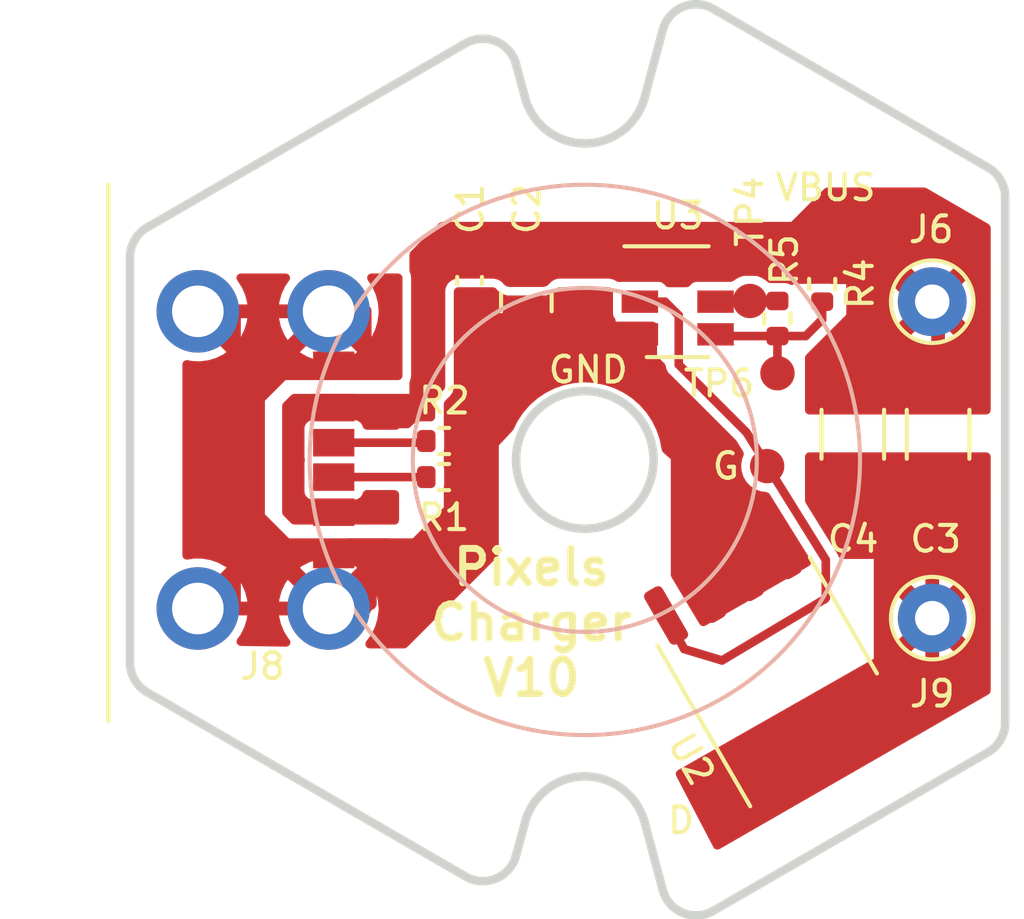
<source format=kicad_pcb>
(kicad_pcb (version 20211014) (generator pcbnew)
  (layers (0 "F.Cu" signal) (31 "B.Cu" signal) (34 "B.Paste" user) (35 "F.Paste" user) (36 "B.SilkS" user "B.Silkscreen") (37 "F.SilkS" user "F.Silkscreen") (38 "B.Mask" user) (39 "F.Mask" user) (44 "Edge.Cuts" user))
  (net 0 "")
  (net 1 "GND")
  (net 2 "VBUS")
  (net 3 "Net-(C3-Pad1)")
  (net 4 "Net-(R4-Pad1)")
  (net 5 "Net-(R5-Pad2)")
  (net 6 "Net-(U2-Pad8)")
  (net 7 "Net-(J8-PadA5)")
  (net 8 "Net-(J8-PadB5)")
  (footprint "Pixels-dice:USB-C-SMD_10P-P1.00-L6.8-W8.9" (layer "F.Cu") (at 140.55 101.52 180)
    (fp_text reference "J8" (at 0.02 -6) (layer "F.SilkS") (effects (font (size 0.75 0.75) (thickness 0.12))))
    (fp_text value "USB_C_Receptacle_USB2.0")
    (fp_line (start 4.5 8) (end 4.5 -7.6) (layer "F.SilkS") (width 0.12))
    (pad "A5" smd rect locked (at -2.05 0.5 270) (size 0.8 1.2) (layers "F.Cu" "F.Paste" "F.Mask") (net 7 "Net-(J8-PadA5)"))
    (pad "A9" smd rect locked (at -2.05 -1.52 270) (size 0.8 1.2) (layers "F.Cu" "F.Paste" "F.Mask") (net 2 "VBUS"))
    (pad "A12" smd rect locked (at -2.05 -2.75 270) (size 0.8 1.2) (layers "F.Cu" "F.Paste" "F.Mask") (net 1 "GND"))
    (pad "B5" smd rect locked (at -2.05 -0.5 270) (size 0.8 1.2) (layers "F.Cu" "F.Paste" "F.Mask") (net 8 "Net-(J8-PadB5)"))
    (pad "B9" smd rect locked (at -2.05 1.52 270) (size 0.8 1.2) (layers "F.Cu" "F.Paste" "F.Mask") (net 2 "VBUS"))
    (pad "B12" smd rect locked (at -2.05 2.75 270) (size 0.8 1.2) (layers "F.Cu" "F.Paste" "F.Mask") (net 1 "GND"))
    (pad "S1" thru_hole circle locked (at -1.9 4.32 270) (size 2.4 2.4) (drill 1.5) (layers *.Cu *.Mask) (net 1 "GND"))
    (pad "S1" thru_hole circle locked (at -1.9 -4.32 270) (size 2.4 2.4) (drill 1.5) (layers *.Cu *.Mask) (net 1 "GND"))
    (pad "S1" thru_hole circle locked (at 1.9 4.32 270) (size 2.4 2.4) (drill 1.5) (layers *.Cu *.Mask) (net 1 "GND"))
    (pad "S1" thru_hole circle locked (at 1.9 -4.32 270) (size 2.4 2.4) (drill 1.5) (layers *.Cu *.Mask) (net 1 "GND"))
  )
  (footprint "Resistor_SMD:R_0402_1005Metric" (layer "F.Cu") (at 145.8 100.97 180)
    (fp_text reference "R2" (at -0.02 1.17) (layer "F.SilkS") (effects (font (size 0.75 0.75) (thickness 0.12))))
    (fp_text value "5.1k 1%")
    (fp_line (start -0.153641 -0.38) (end 0.153641 -0.38) (layer "F.SilkS") (width 0.12))
    (fp_line (start -0.153641 0.38) (end 0.153641 0.38) (layer "F.SilkS") (width 0.12))
    (pad "1" smd roundrect locked (at -0.51 0 180) (size 0.54 0.64) (layers "F.Cu" "F.Paste" "F.Mask") (net 1 "GND"))
    (pad "2" smd roundrect locked (at 0.51 0 180) (size 0.54 0.64) (layers "F.Cu" "F.Paste" "F.Mask") (net 7 "Net-(J8-PadA5)"))
  )
  (footprint "TestPoint:TestPoint_THTPad_D2.0mm_Drill1.0mm" (layer "F.Cu") (at 160 96.92)
    (fp_text reference "J6" (at -0.03 -2.1) (layer "F.SilkS") (effects (font (size 0.75 0.75) (thickness 0.12))))
    (fp_text value "Coil B")
    (fp_circle (center 0 0) (end 0 1.2) (layer "F.SilkS") (width 0.12) (fill none))
    (pad "1" thru_hole circle locked (at 0 0) (size 2 2) (drill 1) (layers *.Cu *.Mask) (net 2 "VBUS"))
  )
  (footprint "TestPoint:TestPoint_THTPad_D2.0mm_Drill1.0mm" (layer "F.Cu") (at 160 106.12)
    (fp_text reference "J9" (at 0 2.2) (layer "F.SilkS") (effects (font (size 0.75 0.75) (thickness 0.12))))
    (fp_text value "Coil A")
    (fp_circle (center 0 0) (end 0 1.2) (layer "F.SilkS") (width 0.12) (fill none))
    (pad "1" thru_hole circle locked (at 0 0) (size 2 2) (drill 1) (layers *.Cu *.Mask) (net 3 "Net-(C3-Pad1)"))
  )
  (footprint "Capacitor_SMD:C_1206_3216Metric" (layer "F.Cu") (at 157.69 100.775 90)
    (fp_text reference "C4" (at -3.045 0.01 180) (layer "F.SilkS") (effects (font (size 0.75 0.75) (thickness 0.12))))
    (fp_text value "100nF 50V NP0")
    (fp_line (start -0.711252 0.91) (end 0.711252 0.91) (layer "F.SilkS") (width 0.12))
    (fp_line (start -0.711252 -0.91) (end 0.711252 -0.91) (layer "F.SilkS") (width 0.12))
    (pad "1" smd roundrect locked (at -1.475 0 90) (size 1.15 1.8) (layers "F.Cu" "F.Paste" "F.Mask") (roundrect_rratio 0.2173904348) (net 3 "Net-(C3-Pad1)"))
    (pad "2" smd roundrect locked (at 1.475 0 90) (size 1.15 1.8) (layers "F.Cu" "F.Paste" "F.Mask") (roundrect_rratio 0.2173904348) (net 2 "VBUS"))
  )
  (footprint "Capacitor_SMD:C_1206_3216Metric" (layer "F.Cu") (at 160.17 100.775 90)
    (fp_text reference "C3" (at -3.045 -0.07 180) (layer "F.SilkS") (effects (font (size 0.75 0.75) (thickness 0.12))))
    (fp_text value "100nF 50V NP0")
    (fp_line (start -0.711252 -0.91) (end 0.711252 -0.91) (layer "F.SilkS") (width 0.12))
    (fp_line (start -0.711252 0.91) (end 0.711252 0.91) (layer "F.SilkS") (width 0.12))
    (pad "1" smd roundrect locked (at -1.475 0 90) (size 1.15 1.8) (layers "F.Cu" "F.Paste" "F.Mask") (roundrect_rratio 0.2173904348) (net 3 "Net-(C3-Pad1)"))
    (pad "2" smd roundrect locked (at 1.475 0 90) (size 1.15 1.8) (layers "F.Cu" "F.Paste" "F.Mask") (roundrect_rratio 0.2173904348) (net 2 "VBUS"))
  )
  (footprint "Capacitor_SMD:C_0402_1005Metric" (layer "F.Cu") (at 146.55 96.31 -90)
    (fp_text reference "C1" (at -2.09 -0.02 90) (layer "F.SilkS") (effects (font (size 0.75 0.75) (thickness 0.12))))
    (fp_text value "0.1uF 16V")
    (fp_line (start -0.107836 -0.36) (end 0.107836 -0.36) (layer "F.SilkS") (width 0.12))
    (fp_line (start -0.107836 0.36) (end 0.107836 0.36) (layer "F.SilkS") (width 0.12))
    (pad "1" smd roundrect locked (at -0.48 0 270) (size 0.56 0.62) (layers "F.Cu" "F.Paste" "F.Mask") (net 2 "VBUS"))
    (pad "2" smd roundrect locked (at 0.48 0 270) (size 0.56 0.62) (layers "F.Cu" "F.Paste" "F.Mask") (net 1 "GND"))
  )
  (footprint "Capacitor_SMD:C_0805_2012Metric" (layer "F.Cu") (at 148.2 96.94 -90)
    (fp_text reference "C2" (at -2.72 -0.01 90) (layer "F.SilkS") (effects (font (size 0.75 0.75) (thickness 0.12))))
    (fp_text value "10uF 16V")
    (fp_line (start -0.261252 -0.735) (end 0.261252 -0.735) (layer "F.SilkS") (width 0.12))
    (fp_line (start -0.261252 0.735) (end 0.261252 0.735) (layer "F.SilkS") (width 0.12))
    (pad "1" smd roundrect locked (at -0.95 0 270) (size 1 1.45) (layers "F.Cu" "F.Paste" "F.Mask") (net 2 "VBUS"))
    (pad "2" smd roundrect locked (at 0.95 0 270) (size 1 1.45) (layers "F.Cu" "F.Paste" "F.Mask") (net 1 "GND"))
  )
  (footprint "Resistor_SMD:R_0402_1005Metric" (layer "F.Cu") (at 156.8 96.41 90)
    (fp_text reference "R4" (at 0.01 1.1 90) (layer "F.SilkS") (effects (font (size 0.75 0.75) (thickness 0.12))))
    (fp_text value "200k 1%")
    (fp_line (start -0.153641 -0.38) (end 0.153641 -0.38) (layer "F.SilkS") (width 0.12))
    (fp_line (start -0.153641 0.38) (end 0.153641 0.38) (layer "F.SilkS") (width 0.12))
    (pad "1" smd roundrect (at -0.51 0 90) (size 0.54 0.64) (layers "F.Cu" "F.Paste" "F.Mask") (net 4 "Net-(R4-Pad1)"))
    (pad "2" smd roundrect (at 0.51 0 90) (size 0.54 0.64) (layers "F.Cu" "F.Paste" "F.Mask") (net 2 "VBUS"))
  )
  (footprint "Resistor_SMD:R_0402_1005Metric" (layer "F.Cu") (at 155.5 97.41 90)
    (fp_text reference "R5" (at 1.71 0.2 90) (layer "F.SilkS") (effects (font (size 0.75 0.75) (thickness 0.12))))
    (fp_text value "84.5k 1%")
    (fp_line (start -0.153641 -0.38) (end 0.153641 -0.38) (layer "F.SilkS") (width 0.12))
    (fp_line (start -0.153641 0.38) (end 0.153641 0.38) (layer "F.SilkS") (width 0.12))
    (pad "1" smd roundrect (at -0.51 0 90) (size 0.54 0.64) (layers "F.Cu" "F.Paste" "F.Mask") (net 4 "Net-(R4-Pad1)"))
    (pad "2" smd roundrect (at 0.51 0 90) (size 0.54 0.64) (layers "F.Cu" "F.Paste" "F.Mask") (net 5 "Net-(R5-Pad2)"))
  )
  (footprint "Package_SO:SO-8_3.9x4.9mm_P1.27mm" (layer "F.Cu") (at 155.2 107.32 120)
    (fp_text reference "U2" (at -1.411474 -3.355256 120) (layer "F.SilkS") (effects (font (size 0.75 0.75) (thickness 0.12))))
    (fp_text value "XKT335")
    (fp_line (start 0 -2.56) (end -3.45 -2.56) (layer "F.SilkS") (width 0.12))
    (fp_line (start 0 -2.56) (end 1.95 -2.56) (layer "F.SilkS") (width 0.12))
    (fp_line (start 0 2.56) (end 1.95 2.56) (layer "F.SilkS") (width 0.12))
    (fp_line (start 0 2.56) (end -1.95 2.56) (layer "F.SilkS") (width 0.12))
    (pad "1" smd roundrect locked (at -2.575 -1.905 120) (size 1.75 0.6) (layers "F.Cu" "F.Paste" "F.Mask") (net 3 "Net-(C3-Pad1)"))
    (pad "2" smd roundrect locked (at -2.575 -0.635 120) (size 1.75 0.6) (layers "F.Cu" "F.Paste" "F.Mask") (net 3 "Net-(C3-Pad1)"))
    (pad "3" smd roundrect locked (at -2.575 0.635 120) (size 1.75 0.6) (layers "F.Cu" "F.Paste" "F.Mask") (net 3 "Net-(C3-Pad1)"))
    (pad "4" smd roundrect locked (at -2.575 1.905 120) (size 1.75 0.6) (layers "F.Cu" "F.Paste" "F.Mask") (net 3 "Net-(C3-Pad1)"))
    (pad "5" smd roundrect locked (at 2.575 1.905 120) (size 1.75 0.6) (layers "F.Cu" "F.Paste" "F.Mask") (net 1 "GND"))
    (pad "6" smd roundrect locked (at 2.575 0.635 120) (size 1.75 0.6) (layers "F.Cu" "F.Paste" "F.Mask") (net 1 "GND"))
    (pad "7" smd roundrect locked (at 2.575 -0.635 120) (size 1.75 0.6) (layers "F.Cu" "F.Paste" "F.Mask") (net 1 "GND"))
    (pad "8" smd roundrect locked (at 2.575 -1.905 120) (size 1.75 0.6) (layers "F.Cu" "F.Paste" "F.Mask") (net 6 "Net-(U2-Pad8)"))
  )
  (footprint "Package_TO_SOT_SMD:SOT-23-6" (layer "F.Cu") (at 152.6 96.92)
    (fp_text reference "U3" (at 0 -2.5) (layer "F.SilkS") (effects (font (size 0.75 0.75) (thickness 0.12))))
    (fp_text value "XKT001")
    (fp_line (start -0.9 1.61) (end 0.9 1.61) (layer "F.SilkS") (width 0.12))
    (fp_line (start 0.9 -1.61) (end -1.55 -1.61) (layer "F.SilkS") (width 0.12))
    (pad "1" smd rect locked (at -1.1 -0.95) (size 1.06 0.65) (layers "F.Cu" "F.Paste" "F.Mask") (net 2 "VBUS"))
    (pad "2" smd rect locked (at -1.1 0) (size 1.06 0.65) (layers "F.Cu" "F.Paste" "F.Mask") (net 6 "Net-(U2-Pad8)"))
    (pad "3" smd rect locked (at -1.1 0.95) (size 1.06 0.65) (layers "F.Cu" "F.Paste" "F.Mask") (net 1 "GND"))
    (pad "4" smd rect locked (at 1.1 0.95) (size 1.06 0.65) (layers "F.Cu" "F.Paste" "F.Mask") (net 4 "Net-(R4-Pad1)"))
    (pad "5" smd rect locked (at 1.1 0) (size 1.06 0.65) (layers "F.Cu" "F.Paste" "F.Mask") (net 5 "Net-(R5-Pad2)"))
    (pad "6" smd rect locked (at 1.1 -0.95) (size 1.06 0.65) (layers "F.Cu" "F.Paste" "F.Mask") (net 2 "VBUS"))
  )
  (footprint "Resistor_SMD:R_0402_1005Metric" (layer "F.Cu") (at 145.8 102.02 180)
    (fp_text reference "R1" (at 0 -1.17) (layer "F.SilkS") (effects (font (size 0.75 0.75) (thickness 0.12))))
    (fp_text value "5.1k 1%")
    (fp_line (start -0.153641 0.38) (end 0.153641 0.38) (layer "F.SilkS") (width 0.12))
    (fp_line (start -0.153641 -0.38) (end 0.153641 -0.38) (layer "F.SilkS") (width 0.12))
    (pad "1" smd roundrect locked (at -0.51 0 180) (size 0.54 0.64) (layers "F.Cu" "F.Paste" "F.Mask") (net 1 "GND"))
    (pad "2" smd roundrect locked (at 0.51 0 180) (size 0.54 0.64) (layers "F.Cu" "F.Paste" "F.Mask") (net 8 "Net-(J8-PadB5)"))
  )
  (footprint "Pixels-dice:TEST_PIN" (layer "F.Cu") (at 155.5 99)
    (fp_text reference "W6" hide)
    (fp_text value "TP6" (at -1.7 0.3) (layer "F.SilkS") (effects (font (size 0.75 0.75) (thickness 0.12))))
    (pad "1" smd circle locked (at 0 0) (size 1 1) (layers "F.Cu" "F.Mask") (net 4 "Net-(R4-Pad1)"))
  )
  (footprint "Pixels-dice:TEST_PIN" (layer "F.Cu") (at 156.8 94.8)
    (fp_text reference "W1" hide)
    (fp_text value "VBUS" (at 0.1 -1.2) (layer "F.SilkS") (effects (font (size 0.75 0.75) (thickness 0.12))))
    (pad "1" smd circle locked (at 0 0) (size 1 1) (layers "F.Cu" "F.Mask") (net 2 "VBUS"))
  )
  (footprint "Pixels-dice:TEST_PIN" (layer "F.Cu") (at 148.2 99.2)
    (fp_text reference "W5" hide)
    (fp_text value "GND" (at 1.8 -0.3 180) (layer "F.SilkS") (effects (font (size 0.75 0.75) (thickness 0.12))))
    (pad "1" smd circle locked (at 0 0) (size 1 1) (layers "F.Cu" "F.Mask") (net 1 "GND"))
  )
  (footprint "Pixels-dice:TEST_PIN" (layer "F.Cu") (at 154.7 96.9)
    (fp_text reference "W4" hide)
    (fp_text value "TP4" (at 0 -2.6 90) (layer "F.SilkS") (effects (font (size 0.75 0.75) (thickness 0.12))))
    (pad "1" smd circle locked (at 0 0) (size 1 1) (layers "F.Cu" "F.Mask") (net 5 "Net-(R5-Pad2)"))
  )
  (footprint "Pixels-dice:TEST_PIN" (layer "F.Cu") (at 155.2 101.7)
    (fp_text reference "W2" hide)
    (fp_text value "G" (at -1.2 0) (layer "F.SilkS") (effects (font (size 0.75 0.75) (thickness 0.12))))
    (pad "1" smd circle locked (at 0 0) (size 1 1) (layers "F.Cu" "F.Mask") (net 6 "Net-(U2-Pad8)"))
  )
  (footprint "Pixels-dice:TEST_PIN" (layer "F.Cu") (at 153.8 111.7)
    (fp_text reference "W3" hide)
    (fp_text value "D" (at -1.1 0.3) (layer "F.SilkS") (effects (font (size 0.75 0.75) (thickness 0.12))))
    (pad "1" smd circle locked (at 0 0) (size 1 1) (layers "F.Cu" "F.Mask") (net 3 "Net-(C3-Pad1)"))
  )
  (gr_circle (center 149.9 101.52) (end 157.9 101.52) (layer "B.SilkS") (width 0.12) (fill none))
  (gr_circle (center 149.9 101.52) (end 154.9 101.52) (layer "B.SilkS") (width 0.12) (fill none))
  (gr_arc (start 146.434262 89.40913) (mid 147.316906 89.350689) (end 147.900592 90.01536) (layer "Edge.Cuts") (width 0.25))
  (gr_line (start 152.16643 114.023767) (end 151.638666 112.054125) (layer "Edge.Cuts") (width 0.25))
  (gr_line (start 147.900217 113.024992) (end 148.161769 112.052501) (layer "Edge.Cuts") (width 0.25))
  (gr_line (start 146.433725 113.630829) (end 137.178577 108.275833) (layer "Edge.Cuts") (width 0.25))
  (gr_line (start 161.620037 93.020718) (end 153.632356 88.409027) (layer "Edge.Cuts") (width 0.25))
  (gr_arc (start 136.679385 95.626684) (mid 136.813193 95.126972) (end 137.178809 94.760992) (layer "Edge.Cuts") (width 0.25))
  (gr_arc (start 151.638666 90.985874) (mid 149.900599 92.319999) (end 148.161644 90.987032) (layer "Edge.Cuts") (width 0.25))
  (gr_line (start 147.900592 90.01536) (end 148.161644 90.987032) (layer "Edge.Cuts") (width 0.25))
  (gr_line (start 136.679386 105.329902) (end 136.679386 107.410275) (layer "Edge.Cuts") (width 0.25))
  (gr_arc (start 162.120933 109.152682) (mid 161.986974 109.652715) (end 161.620933 110.018766) (layer "Edge.Cuts") (width 0.25))
  (gr_line (start 137.178809 94.760992) (end 146.434262 89.40913) (layer "Edge.Cuts") (width 0.25))
  (gr_line (start 153.632356 114.630973) (end 161.620933 110.018766) (layer "Edge.Cuts") (width 0.25))
  (gr_arc (start 153.632356 114.630973) (mid 152.749673 114.688827) (end 152.16643 114.023767) (layer "Edge.Cuts") (width 0.25))
  (gr_line (start 162.120037 93.886683) (end 162.120933 109.152682) (layer "Edge.Cuts") (width 0.25))
  (gr_arc (start 148.161769 112.052501) (mid 149.90084 110.72) (end 151.638666 112.054125) (layer "Edge.Cuts") (width 0.25))
  (gr_line (start 136.679385 95.626684) (end 136.679386 97.760097) (layer "Edge.Cuts") (width 0.25))
  (gr_circle (center 149.9 101.52) (end 151.9 101.52) (layer "Edge.Cuts") (width 0.25) (fill none))
  (gr_arc (start 137.178577 108.275833) (mid 136.813127 107.90987) (end 136.679386 107.410275) (layer "Edge.Cuts") (width 0.25))
  (gr_line (start 152.16643 89.016233) (end 151.638666 90.985874) (layer "Edge.Cuts") (width 0.25))
  (gr_arc (start 161.620037 93.020718) (mid 161.986047 93.386717) (end 162.120037 93.886683) (layer "Edge.Cuts") (width 0.25))
  (gr_arc (start 147.900217 113.024992) (mid 147.316354 113.689507) (end 146.433725 113.630829) (layer "Edge.Cuts") (width 0.25))
  (gr_arc (start 152.16643 89.016233) (mid 152.749673 88.351173) (end 153.632356 88.409027) (layer "Edge.Cuts") (width 0.25))
  (gr_line (start 136.679386 97.760097) (end 136.679386 105.329902) (layer "Edge.Cuts") (width 0.25))
  (gr_text "Pixels\nCharger\nV10" (at 148.35 106.25) (layer "F.SilkS") (effects (font (size 1 1) (thickness 0.2))))
  (segment (start 148.2 97.89) (end 148.2 99.2) (width 0.4) (layer "F.Cu") (net 1))
  (segment (start 146.55 96.79) (end 146.55 97.42) (width 0.4) (layer "F.Cu") (net 1))
  (segment (start 143.65 104.27) (end 145.28 104.27) (width 0.4) (layer "F.Cu") (net 1))
  (segment (start 143.5 97.2) (end 139.7 97.2) (width 0.4) (layer "F.Cu") (net 1))
  (segment (start 151.5 99.02) (end 151.5 97.87) (width 0.4) (layer "F.Cu") (net 1))
  (segment (start 155.562278 104.137485) (end 154.462426 104.772485) (width 0.4) (layer "F.Cu") (net 1))
  (segment (start 143.65 104.27) (end 143.65 105.69) (width 0.4) (layer "F.Cu") (net 1))
  (segment (start 146.31 98.34) (end 146.89 97.76) (width 0.4) (layer "F.Cu") (net 1))
  (segment (start 146.89 97.76) (end 148.07 97.76) (width 0.4) (layer "F.Cu") (net 1))
  (segment (start 153.94 101.46) (end 153.94 103.87) (width 0.4) (layer "F.Cu") (net 1))
  (segment (start 146.55 97.42) (end 146.89 97.76) (width 0.4) (layer "F.Cu") (net 1))
  (segment (start 146.31 98.34) (end 146.31 100.97) (width 0.4) (layer "F.Cu") (net 1))
  (segment (start 146.31 103.24) (end 146.31 102.02) (width 0.4) (layer "F.Cu") (net 1))
  (segment (start 145.28 104.27) (end 146.31 103.24) (width 0.4) (layer "F.Cu") (net 1))
  (segment (start 154.462426 104.772485) (end 153.362574 105.407485) (width 0.4) (layer "F.Cu") (net 1))
  (segment (start 153.94 103.87) (end 154.462426 104.772485) (width 0.4) (layer "F.Cu") (net 1))
  (segment (start 139.7 105.84) (end 139.7 97.2) (width 0.4) (layer "F.Cu") (net 1))
  (segment (start 146.31 100.97) (end 146.31 102.02) (width 0.4) (layer "F.Cu") (net 1))
  (segment (start 143.5 105.84) (end 139.7 105.84) (width 0.4) (layer "F.Cu") (net 1))
  (segment (start 151.5 99.02) (end 153.94 101.46) (width 0.4) (layer "F.Cu") (net 1))
  (segment (start 143.5 98.62) (end 143.5 97.2) (width 0.4) (layer "F.Cu") (net 1))
  (segment (start 151.5 97.87) (end 148.22 97.87) (width 0.4) (layer "F.Cu") (net 1))
  (segment (start 143.65 100) (end 142.72 100) (width 0.4) (layer "F.Cu") (net 2))
  (segment (start 143.65 100) (end 145 100) (width 0.4) (layer "F.Cu") (net 2))
  (segment (start 146.14 95.83) (end 146.55 95.83) (width 0.4) (layer "F.Cu") (net 2))
  (segment (start 145.64 96.33) (end 146.14 95.83) (width 0.4) (layer "F.Cu") (net 2))
  (segment (start 146.55 95.83) (end 148.04 95.83) (width 0.4) (layer "F.Cu") (net 2))
  (segment (start 142.72 103.04) (end 143.65 103.04) (width 0.4) (layer "F.Cu") (net 2))
  (segment (start 156.8 95.9) (end 158.58 95.9) (width 0.4) (layer "F.Cu") (net 2))
  (segment (start 151.5 95.97) (end 153.7 95.97) (width 0.4) (layer "F.Cu") (net 2))
  (segment (start 157.69 99.3) (end 160.17 99.3) (width 0.4) (layer "F.Cu") (net 2))
  (segment (start 145.64 99.36) (end 145.64 96.33) (width 0.4) (layer "F.Cu") (net 2))
  (segment (start 151.5 95.97) (end 148.22 95.97) (width 0.4) (layer "F.Cu") (net 2))
  (segment (start 145 100) (end 145.64 99.36) (width 0.4) (layer "F.Cu") (net 2))
  (segment (start 158.58 95.9) (end 160 97.32) (width 0.4) (layer "F.Cu") (net 2))
  (segment (start 156.8 94.8) (end 156.8 95.9) (width 0.4) (layer "F.Cu") (net 2))
  (segment (start 160.17 99.3) (end 160.17 97.49) (width 0.4) (layer "F.Cu") (net 2))
  (segment (start 153.7 95.97) (end 156.73 95.97) (width 0.4) (layer "F.Cu") (net 2))
  (segment (start 157.69 102.25) (end 160.17 102.25) (width 0.4) (layer "F.Cu") (net 3))
  (segment (start 158.137278 108.597515) (end 160 107.52) (width 0.4) (layer "F.Cu") (net 3))
  (segment (start 155.937574 109.867515) (end 157.037426 109.232515) (width 0.4) (layer "F.Cu") (net 3))
  (segment (start 154.837722 110.502515) (end 155.937574 109.867515) (width 0.4) (layer "F.Cu") (net 3))
  (segment (start 160 107.52) (end 160 105.72) (width 0.4) (layer "F.Cu") (net 3))
  (segment (start 154.497485 110.502515) (end 153.8 111.2) (width 0.4) (layer "F.Cu") (net 3))
  (segment (start 153.8 111.2) (end 153.8 111.7) (width 0.4) (layer "F.Cu") (net 3))
  (segment (start 157.037426 109.232515) (end 158.137278 108.597515) (width 0.4) (layer "F.Cu") (net 3))
  (segment (start 154.837722 110.502515) (end 154.497485 110.502515) (width 0.4) (layer "F.Cu") (net 3))
  (segment (start 160 105.72) (end 160 102.42) (width 0.4) (layer "F.Cu") (net 3))
  (segment (start 155.5 97.92) (end 156.32 97.92) (width 0.25) (layer "F.Cu") (net 4))
  (segment (start 156.8 97.44) (end 156.8 96.92) (width 0.25) (layer "F.Cu") (net 4))
  (segment (start 155.5 97.92) (end 153.75 97.92) (width 0.25) (layer "F.Cu") (net 4))
  (segment (start 156.32 97.92) (end 156.8 97.44) (width 0.25) (layer "F.Cu") (net 4))
  (segment (start 155.5 97.92) (end 155.5 99) (width 0.25) (layer "F.Cu") (net 4))
  (segment (start 153.7 96.92) (end 155.48 96.92) (width 0.25) (layer "F.Cu") (net 5))
  (segment (start 152.23 96.92) (end 152.63 97.32) (width 0.25) (layer "F.Cu") (net 6))
  (segment (start 154.6 100.72) (end 156.905 104.425) (width 0.25) (layer "F.Cu") (net 6))
  (segment (start 152.63 98.75) (end 154.6 100.72) (width 0.25) (layer "F.Cu") (net 6))
  (segment (start 152.63 97.32) (end 152.63 98.75) (width 0.25) (layer "F.Cu") (net 6))
  (segment (start 156.905 104.425) (end 156.905 105.535) (width 0.25) (layer "F.Cu") (net 6))
  (segment (start 153.89 107.35) (end 152.79 107.02) (width 0.25) (layer "F.Cu") (net 6))
  (segment (start 151.5 96.92) (end 152.23 96.92) (width 0.25) (layer "F.Cu") (net 6))
  (segment (start 152.79 107.02) (end 152.262722 106.042485) (width 0.25) (layer "F.Cu") (net 6))
  (segment (start 156.87 105.57) (end 153.89 107.35) (width 0.25) (layer "F.Cu") (net 6))
  (segment (start 156.905 105.535) (end 156.87 105.57) (width 0.25) (layer "F.Cu") (net 6))
  (segment (start 145.24 101.02) (end 142.6 101.02) (width 0.25) (layer "F.Cu") (net 7))
  (segment (start 145.29 102.02) (end 142.6 102.02) (width 0.25) (layer "F.Cu") (net 8))
  (zone (net 1) (net_name "GND") (layer "F.Cu") (priority 1) (connect_pads thru_hole_only (clearance 0.25)) (min_thickness 0.254) (fill yes (thermal_gap 0.25) (thermal_bridge_width 0.5))
    (polygon (pts (xy 150.8 97.5) (xy 152 97.5) (xy 152 99.6) (xy 148.8 99.6) (xy 147.4 101.1) (xy 147.4 104.3) (xy 144.7 107) (xy 143 107) (xy 143 103.8) (xy 144.9 103.8) (xy 145.8 102.9) (xy 145.8 96.5) (xy 150.8 96.5)))
  )
  (zone (net 2) (net_name "VBUS") (layer "F.Cu") (connect_pads yes (clearance 0.25)) (min_thickness 0.254) (fill yes (thermal_gap 0.25) (thermal_bridge_width 0.5))
    (polygon (pts (xy 156 94.6) (xy 156 96.5) (xy 146 96.5) (xy 146 100.6) (xy 144.5 100.6) (xy 144.5 103.4) (xy 141.4 103.4) (xy 141.1 103.1) (xy 141.1 99.9) (xy 141.4 99.6) (xy 144.8 99.6) (xy 144.8 95.5) (xy 145.7 94.6)))
  )
  (zone (net 1) (net_name "GND") (layer "F.Cu") (priority 1) (connect_pads thru_hole_only (clearance 0.25)) (min_thickness 0.254) (fill yes (thermal_gap 0.25) (thermal_bridge_width 0.5))
    (polygon (pts (xy 154.5 101) (xy 156.6 104.5) (xy 153.3 106.4) (xy 152.4 104.9) (xy 152.4 101.5) (xy 150.1 99.5) (xy 150.9 98.5) (xy 152 98.5)))
  )
  (zone (net 1) (net_name "GND") (layer "F.Cu") (priority 1) (connect_pads thru_hole_only (clearance 0.25)) (min_thickness 0.254) (fill yes (thermal_gap 0.25) (thermal_bridge_width 0.5))
    (polygon (pts (xy 144.6 96.1) (xy 144.6 99.2) (xy 141.2 99.2) (xy 140.6 99.8) (xy 140.6 103.1) (xy 141.3 103.8) (xy 141.7 103.8) (xy 142.6 103.8) (xy 144.2 103.8) (xy 144.2 107) (xy 138.2 106.9) (xy 138.2 96.1)))
  )
  (zone (net 3) (net_name "Net-(C3-Pad1)") (layer "F.Cu") (connect_pads thru_hole_only (clearance 0.25)) (min_thickness 0.254) (fill yes (thermal_gap 0.25) (thermal_bridge_width 0.5))
    (polygon (pts (xy 161.7 108.3) (xy 153.7 112.9) (xy 152.5 110.6) (xy 158.3 107.3) (xy 158.3 104.4) (xy 157.6 104.4) (xy 156.3 104.4) (xy 156.3 101.3) (xy 161.7 101.3)))
  )
  (zone (net 2) (net_name "VBUS") (layer "F.Cu") (connect_pads thru_hole_only (clearance 0.25)) (min_thickness 0.254) (fill yes (thermal_gap 0.25) (thermal_bridge_width 0.5))
    (polygon (pts (xy 161.7 94.7) (xy 161.7 100.2) (xy 156.3 100.2) (xy 156.3 98.5) (xy 157.5 97.3) (xy 157.5 96.41) (xy 155.9 96.4) (xy 155.9 94.6) (xy 156.9 93.6) (xy 159.8 93.6)))
  )
)
</source>
